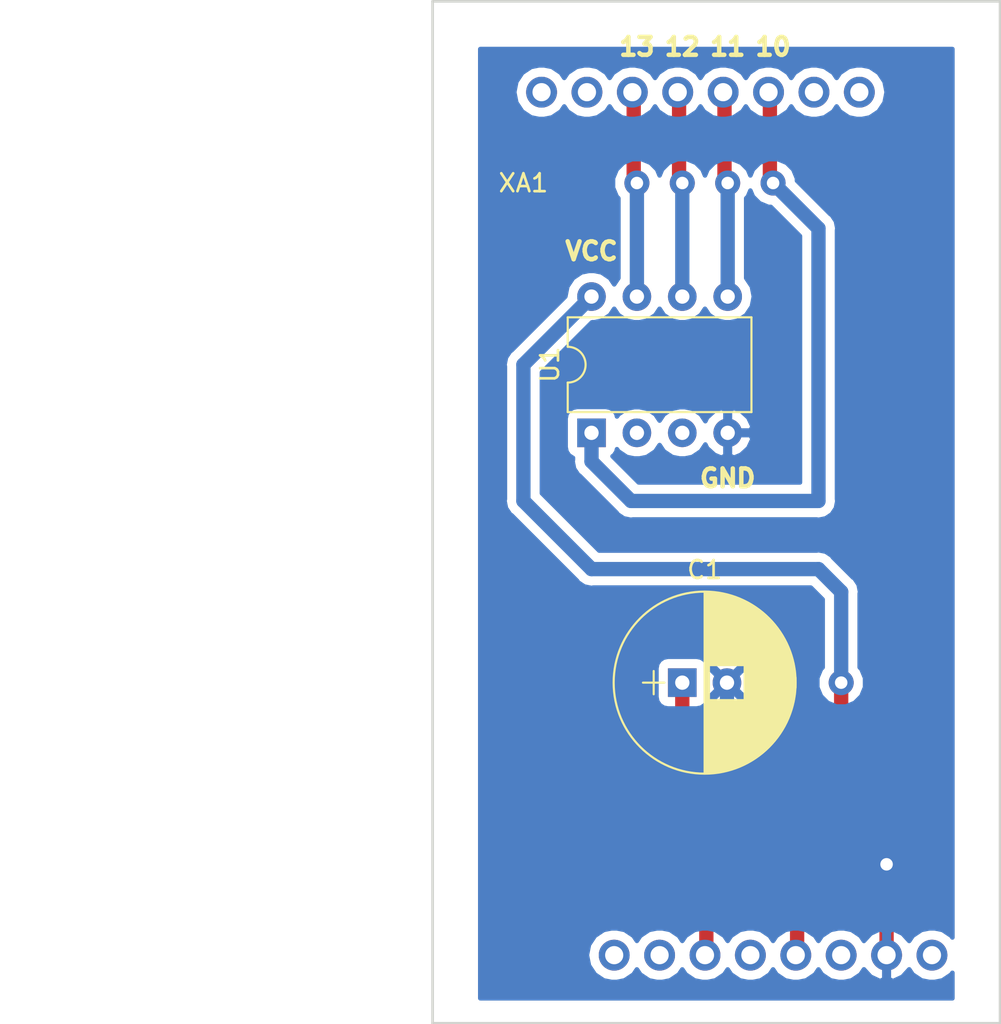
<source format=kicad_pcb>
(kicad_pcb (version 20171130) (host pcbnew "(5.0.2)-1")

  (general
    (thickness 1.6)
    (drawings 12)
    (tracks 38)
    (zones 0)
    (modules 3)
    (nets 18)
  )

  (page A4)
  (layers
    (0 F.Cu signal)
    (31 B.Cu signal)
    (32 B.Adhes user hide)
    (33 F.Adhes user hide)
    (34 B.Paste user hide)
    (35 F.Paste user hide)
    (36 B.SilkS user hide)
    (37 F.SilkS user)
    (38 B.Mask user hide)
    (39 F.Mask user hide)
    (40 Dwgs.User user hide)
    (41 Cmts.User user hide)
    (42 Eco1.User user hide)
    (43 Eco2.User user hide)
    (44 Edge.Cuts user)
    (45 Margin user hide)
    (46 B.CrtYd user hide)
    (47 F.CrtYd user hide)
    (48 B.Fab user hide)
    (49 F.Fab user hide)
  )

  (setup
    (last_trace_width 0.8)
    (trace_clearance 0.2)
    (zone_clearance 0.508)
    (zone_45_only no)
    (trace_min 0.8)
    (segment_width 0.2)
    (edge_width 0.15)
    (via_size 1.4)
    (via_drill 0.7)
    (via_min_size 1)
    (via_min_drill 0.6)
    (uvia_size 0.3)
    (uvia_drill 0.1)
    (uvias_allowed no)
    (uvia_min_size 0.2)
    (uvia_min_drill 0.1)
    (pcb_text_width 0.3)
    (pcb_text_size 1.5 1.5)
    (mod_edge_width 0.15)
    (mod_text_size 1 1)
    (mod_text_width 0.15)
    (pad_size 1.524 1.524)
    (pad_drill 0.762)
    (pad_to_mask_clearance 0.051)
    (solder_mask_min_width 0.25)
    (aux_axis_origin 0 0)
    (visible_elements 7FFFFFFF)
    (pcbplotparams
      (layerselection 0x010fc_ffffffff)
      (usegerberextensions false)
      (usegerberattributes false)
      (usegerberadvancedattributes false)
      (creategerberjobfile false)
      (excludeedgelayer true)
      (linewidth 0.100000)
      (plotframeref false)
      (viasonmask false)
      (mode 1)
      (useauxorigin false)
      (hpglpennumber 1)
      (hpglpenspeed 20)
      (hpglpendiameter 15.000000)
      (psnegative false)
      (psa4output false)
      (plotreference true)
      (plotvalue true)
      (plotinvisibletext false)
      (padsonsilk false)
      (subtractmaskfromsilk false)
      (outputformat 1)
      (mirror false)
      (drillshape 0)
      (scaleselection 1)
      (outputdirectory ""))
  )

  (net 0 "")
  (net 1 GND)
  (net 2 "Net-(C1-Pad1)")
  (net 3 +5V)
  (net 4 PIN13_PIN7)
  (net 5 "Net-(U1-Pad3)")
  (net 6 PIN12_PIN6)
  (net 7 "Net-(U1-Pad2)")
  (net 8 PIN11_PIN5)
  (net 9 PIN10_PIN1)
  (net 10 "Net-(XA1-PadVIN)")
  (net 11 "Net-(XA1-PadGND2)")
  (net 12 "Net-(XA1-Pad3V3)")
  (net 13 "Net-(XA1-PadIORF)")
  (net 14 "Net-(XA1-PadGND1)")
  (net 15 "Net-(XA1-PadD8)")
  (net 16 "Net-(XA1-PadD9)")
  (net 17 "Net-(XA1-PadAREF)")

  (net_class Default "This is the default net class."
    (clearance 0.2)
    (trace_width 0.8)
    (via_dia 1.4)
    (via_drill 0.7)
    (uvia_dia 0.3)
    (uvia_drill 0.1)
    (diff_pair_gap 0.25)
    (diff_pair_width 0.8)
    (add_net +5V)
    (add_net GND)
    (add_net "Net-(C1-Pad1)")
    (add_net "Net-(U1-Pad2)")
    (add_net "Net-(U1-Pad3)")
    (add_net "Net-(XA1-Pad3V3)")
    (add_net "Net-(XA1-PadAREF)")
    (add_net "Net-(XA1-PadD8)")
    (add_net "Net-(XA1-PadD9)")
    (add_net "Net-(XA1-PadGND1)")
    (add_net "Net-(XA1-PadGND2)")
    (add_net "Net-(XA1-PadIORF)")
    (add_net "Net-(XA1-PadVIN)")
    (add_net PIN10_PIN1)
    (add_net PIN11_PIN5)
    (add_net PIN12_PIN6)
    (add_net PIN13_PIN7)
  )

  (module Arduino:Arduino_Uno_Shield_ATTINY_Bootloader (layer F.Cu) (tedit 5D5A156C) (tstamp 5CBE95CF)
    (at 128.27 130.81)
    (descr https://store.arduino.cc/arduino-uno-rev3)
    (path /5CBE8450)
    (fp_text reference XA1 (at 22.86 -45.72) (layer F.SilkS)
      (effects (font (size 1 1) (thickness 0.15)))
    )
    (fp_text value Arduino_Uno_Shield_ATTINY_Bootloader (at 15.494 -54.356) (layer F.Fab)
      (effects (font (size 1 1) (thickness 0.15)))
    )
    (fp_line (start 9.525 -32.385) (end -6.35 -32.385) (layer B.CrtYd) (width 0.15))
    (fp_line (start 9.525 -43.815) (end -6.35 -43.815) (layer B.CrtYd) (width 0.15))
    (fp_line (start 9.525 -43.815) (end 9.525 -32.385) (layer B.CrtYd) (width 0.15))
    (fp_line (start -6.35 -43.815) (end -6.35 -32.385) (layer B.CrtYd) (width 0.15))
    (fp_line (start 11.43 -12.065) (end 11.43 -3.175) (layer B.CrtYd) (width 0.15))
    (fp_line (start -1.905 -3.175) (end 11.43 -3.175) (layer B.CrtYd) (width 0.15))
    (fp_line (start -1.905 -12.065) (end -1.905 -3.175) (layer B.CrtYd) (width 0.15))
    (fp_line (start -1.905 -12.065) (end 11.43 -12.065) (layer B.CrtYd) (width 0.15))
    (pad VIN thru_hole oval (at 45.72 -2.54) (size 1.7272 1.7272) (drill 1.016) (layers *.Cu *.Mask)
      (net 10 "Net-(XA1-PadVIN)"))
    (pad GND3 thru_hole oval (at 43.18 -2.54) (size 1.7272 1.7272) (drill 1.016) (layers *.Cu *.Mask)
      (net 1 GND))
    (pad GND2 thru_hole oval (at 40.64 -2.54) (size 1.7272 1.7272) (drill 1.016) (layers *.Cu *.Mask)
      (net 11 "Net-(XA1-PadGND2)"))
    (pad 5V1 thru_hole oval (at 38.1 -2.54) (size 1.7272 1.7272) (drill 1.016) (layers *.Cu *.Mask)
      (net 3 +5V))
    (pad 3V3 thru_hole oval (at 35.56 -2.54) (size 1.7272 1.7272) (drill 1.016) (layers *.Cu *.Mask)
      (net 12 "Net-(XA1-Pad3V3)"))
    (pad RST1 thru_hole oval (at 33.02 -2.54) (size 1.7272 1.7272) (drill 1.016) (layers *.Cu *.Mask)
      (net 2 "Net-(C1-Pad1)"))
    (pad IORF thru_hole oval (at 30.48 -2.54) (size 1.7272 1.7272) (drill 1.016) (layers *.Cu *.Mask)
      (net 13 "Net-(XA1-PadIORF)"))
    (pad GND1 thru_hole oval (at 26.416 -50.8) (size 1.7272 1.7272) (drill 1.016) (layers *.Cu *.Mask)
      (net 14 "Net-(XA1-PadGND1)"))
    (pad D8 thru_hole oval (at 41.656 -50.8) (size 1.7272 1.7272) (drill 1.016) (layers *.Cu *.Mask)
      (net 15 "Net-(XA1-PadD8)"))
    (pad D9 thru_hole oval (at 39.116 -50.8) (size 1.7272 1.7272) (drill 1.016) (layers *.Cu *.Mask)
      (net 16 "Net-(XA1-PadD9)"))
    (pad D10 thru_hole oval (at 36.576 -50.8) (size 1.7272 1.7272) (drill 1.016) (layers *.Cu *.Mask)
      (net 9 PIN10_PIN1))
    (pad AREF thru_hole oval (at 23.876 -50.8) (size 1.7272 1.7272) (drill 1.016) (layers *.Cu *.Mask)
      (net 17 "Net-(XA1-PadAREF)"))
    (pad D13 thru_hole oval (at 28.956 -50.8) (size 1.7272 1.7272) (drill 1.016) (layers *.Cu *.Mask)
      (net 4 PIN13_PIN7))
    (pad D12 thru_hole oval (at 31.496 -50.8) (size 1.7272 1.7272) (drill 1.016) (layers *.Cu *.Mask)
      (net 6 PIN12_PIN6))
    (pad D11 thru_hole oval (at 34.036 -50.8) (size 1.7272 1.7272) (drill 1.016) (layers *.Cu *.Mask)
      (net 8 PIN11_PIN5))
    (pad "" thru_hole oval (at 27.94 -2.54) (size 1.7272 1.7272) (drill 1.016) (layers *.Cu *.Mask))
  )

  (module Capacitors_THT:CP_Radial_D10.0mm_P2.50mm (layer F.Cu) (tedit 597BC7C2) (tstamp 5CBE8B6B)
    (at 160.02 113.03)
    (descr "CP, Radial series, Radial, pin pitch=2.50mm, , diameter=10mm, Electrolytic Capacitor")
    (tags "CP Radial series Radial pin pitch 2.50mm  diameter 10mm Electrolytic Capacitor")
    (path /5CBE8643)
    (fp_text reference C1 (at 1.25 -6.31) (layer F.SilkS)
      (effects (font (size 1 1) (thickness 0.15)))
    )
    (fp_text value C (at 1.25 6.31) (layer F.Fab)
      (effects (font (size 1 1) (thickness 0.15)))
    )
    (fp_text user %R (at 1.25 0) (layer F.Fab)
      (effects (font (size 1 1) (thickness 0.15)))
    )
    (fp_line (start 6.6 -5.35) (end -4.1 -5.35) (layer F.CrtYd) (width 0.05))
    (fp_line (start 6.6 5.35) (end 6.6 -5.35) (layer F.CrtYd) (width 0.05))
    (fp_line (start -4.1 5.35) (end 6.6 5.35) (layer F.CrtYd) (width 0.05))
    (fp_line (start -4.1 -5.35) (end -4.1 5.35) (layer F.CrtYd) (width 0.05))
    (fp_line (start -1.6 -0.65) (end -1.6 0.65) (layer F.SilkS) (width 0.12))
    (fp_line (start -2.2 0) (end -1 0) (layer F.SilkS) (width 0.12))
    (fp_line (start 6.331 -0.279) (end 6.331 0.279) (layer F.SilkS) (width 0.12))
    (fp_line (start 6.291 -0.672) (end 6.291 0.672) (layer F.SilkS) (width 0.12))
    (fp_line (start 6.251 -0.913) (end 6.251 0.913) (layer F.SilkS) (width 0.12))
    (fp_line (start 6.211 -1.104) (end 6.211 1.104) (layer F.SilkS) (width 0.12))
    (fp_line (start 6.171 -1.265) (end 6.171 1.265) (layer F.SilkS) (width 0.12))
    (fp_line (start 6.131 -1.407) (end 6.131 1.407) (layer F.SilkS) (width 0.12))
    (fp_line (start 6.091 -1.536) (end 6.091 1.536) (layer F.SilkS) (width 0.12))
    (fp_line (start 6.051 -1.654) (end 6.051 1.654) (layer F.SilkS) (width 0.12))
    (fp_line (start 6.011 -1.763) (end 6.011 1.763) (layer F.SilkS) (width 0.12))
    (fp_line (start 5.971 -1.866) (end 5.971 1.866) (layer F.SilkS) (width 0.12))
    (fp_line (start 5.931 -1.962) (end 5.931 1.962) (layer F.SilkS) (width 0.12))
    (fp_line (start 5.891 -2.053) (end 5.891 2.053) (layer F.SilkS) (width 0.12))
    (fp_line (start 5.851 -2.14) (end 5.851 2.14) (layer F.SilkS) (width 0.12))
    (fp_line (start 5.811 -2.222) (end 5.811 2.222) (layer F.SilkS) (width 0.12))
    (fp_line (start 5.771 -2.301) (end 5.771 2.301) (layer F.SilkS) (width 0.12))
    (fp_line (start 5.731 -2.377) (end 5.731 2.377) (layer F.SilkS) (width 0.12))
    (fp_line (start 5.691 -2.449) (end 5.691 2.449) (layer F.SilkS) (width 0.12))
    (fp_line (start 5.651 -2.519) (end 5.651 2.519) (layer F.SilkS) (width 0.12))
    (fp_line (start 5.611 -2.587) (end 5.611 2.587) (layer F.SilkS) (width 0.12))
    (fp_line (start 5.571 -2.652) (end 5.571 2.652) (layer F.SilkS) (width 0.12))
    (fp_line (start 5.531 -2.715) (end 5.531 2.715) (layer F.SilkS) (width 0.12))
    (fp_line (start 5.491 -2.777) (end 5.491 2.777) (layer F.SilkS) (width 0.12))
    (fp_line (start 5.451 -2.836) (end 5.451 2.836) (layer F.SilkS) (width 0.12))
    (fp_line (start 5.411 -2.894) (end 5.411 2.894) (layer F.SilkS) (width 0.12))
    (fp_line (start 5.371 -2.949) (end 5.371 2.949) (layer F.SilkS) (width 0.12))
    (fp_line (start 5.331 -3.004) (end 5.331 3.004) (layer F.SilkS) (width 0.12))
    (fp_line (start 5.291 -3.057) (end 5.291 3.057) (layer F.SilkS) (width 0.12))
    (fp_line (start 5.251 -3.108) (end 5.251 3.108) (layer F.SilkS) (width 0.12))
    (fp_line (start 5.211 -3.158) (end 5.211 3.158) (layer F.SilkS) (width 0.12))
    (fp_line (start 5.171 -3.207) (end 5.171 3.207) (layer F.SilkS) (width 0.12))
    (fp_line (start 5.131 -3.255) (end 5.131 3.255) (layer F.SilkS) (width 0.12))
    (fp_line (start 5.091 -3.302) (end 5.091 3.302) (layer F.SilkS) (width 0.12))
    (fp_line (start 5.051 -3.347) (end 5.051 3.347) (layer F.SilkS) (width 0.12))
    (fp_line (start 5.011 -3.391) (end 5.011 3.391) (layer F.SilkS) (width 0.12))
    (fp_line (start 4.971 -3.435) (end 4.971 3.435) (layer F.SilkS) (width 0.12))
    (fp_line (start 4.931 -3.477) (end 4.931 3.477) (layer F.SilkS) (width 0.12))
    (fp_line (start 4.891 -3.518) (end 4.891 3.518) (layer F.SilkS) (width 0.12))
    (fp_line (start 4.851 -3.559) (end 4.851 3.559) (layer F.SilkS) (width 0.12))
    (fp_line (start 4.811 -3.598) (end 4.811 3.598) (layer F.SilkS) (width 0.12))
    (fp_line (start 4.771 -3.637) (end 4.771 3.637) (layer F.SilkS) (width 0.12))
    (fp_line (start 4.731 -3.675) (end 4.731 3.675) (layer F.SilkS) (width 0.12))
    (fp_line (start 4.691 -3.712) (end 4.691 3.712) (layer F.SilkS) (width 0.12))
    (fp_line (start 4.651 -3.748) (end 4.651 3.748) (layer F.SilkS) (width 0.12))
    (fp_line (start 4.611 -3.784) (end 4.611 3.784) (layer F.SilkS) (width 0.12))
    (fp_line (start 4.571 -3.819) (end 4.571 3.819) (layer F.SilkS) (width 0.12))
    (fp_line (start 4.531 -3.853) (end 4.531 3.853) (layer F.SilkS) (width 0.12))
    (fp_line (start 4.491 -3.886) (end 4.491 3.886) (layer F.SilkS) (width 0.12))
    (fp_line (start 4.451 -3.919) (end 4.451 3.919) (layer F.SilkS) (width 0.12))
    (fp_line (start 4.411 -3.951) (end 4.411 3.951) (layer F.SilkS) (width 0.12))
    (fp_line (start 4.371 -3.982) (end 4.371 3.982) (layer F.SilkS) (width 0.12))
    (fp_line (start 4.331 -4.013) (end 4.331 4.013) (layer F.SilkS) (width 0.12))
    (fp_line (start 4.291 -4.043) (end 4.291 4.043) (layer F.SilkS) (width 0.12))
    (fp_line (start 4.251 -4.072) (end 4.251 4.072) (layer F.SilkS) (width 0.12))
    (fp_line (start 4.211 -4.101) (end 4.211 4.101) (layer F.SilkS) (width 0.12))
    (fp_line (start 4.171 -4.13) (end 4.171 4.13) (layer F.SilkS) (width 0.12))
    (fp_line (start 4.131 -4.157) (end 4.131 4.157) (layer F.SilkS) (width 0.12))
    (fp_line (start 4.091 -4.185) (end 4.091 4.185) (layer F.SilkS) (width 0.12))
    (fp_line (start 4.051 -4.211) (end 4.051 4.211) (layer F.SilkS) (width 0.12))
    (fp_line (start 4.011 -4.237) (end 4.011 4.237) (layer F.SilkS) (width 0.12))
    (fp_line (start 3.971 -4.263) (end 3.971 4.263) (layer F.SilkS) (width 0.12))
    (fp_line (start 3.931 -4.288) (end 3.931 4.288) (layer F.SilkS) (width 0.12))
    (fp_line (start 3.891 -4.312) (end 3.891 4.312) (layer F.SilkS) (width 0.12))
    (fp_line (start 3.851 -4.336) (end 3.851 4.336) (layer F.SilkS) (width 0.12))
    (fp_line (start 3.811 -4.36) (end 3.811 4.36) (layer F.SilkS) (width 0.12))
    (fp_line (start 3.771 -4.383) (end 3.771 4.383) (layer F.SilkS) (width 0.12))
    (fp_line (start 3.731 -4.405) (end 3.731 4.405) (layer F.SilkS) (width 0.12))
    (fp_line (start 3.691 -4.428) (end 3.691 4.428) (layer F.SilkS) (width 0.12))
    (fp_line (start 3.651 -4.449) (end 3.651 4.449) (layer F.SilkS) (width 0.12))
    (fp_line (start 3.611 -4.47) (end 3.611 4.47) (layer F.SilkS) (width 0.12))
    (fp_line (start 3.571 -4.491) (end 3.571 4.491) (layer F.SilkS) (width 0.12))
    (fp_line (start 3.531 -4.511) (end 3.531 4.511) (layer F.SilkS) (width 0.12))
    (fp_line (start 3.491 -4.531) (end 3.491 4.531) (layer F.SilkS) (width 0.12))
    (fp_line (start 3.451 0.98) (end 3.451 4.55) (layer F.SilkS) (width 0.12))
    (fp_line (start 3.451 -4.55) (end 3.451 -0.98) (layer F.SilkS) (width 0.12))
    (fp_line (start 3.411 0.98) (end 3.411 4.569) (layer F.SilkS) (width 0.12))
    (fp_line (start 3.411 -4.569) (end 3.411 -0.98) (layer F.SilkS) (width 0.12))
    (fp_line (start 3.371 0.98) (end 3.371 4.588) (layer F.SilkS) (width 0.12))
    (fp_line (start 3.371 -4.588) (end 3.371 -0.98) (layer F.SilkS) (width 0.12))
    (fp_line (start 3.331 0.98) (end 3.331 4.606) (layer F.SilkS) (width 0.12))
    (fp_line (start 3.331 -4.606) (end 3.331 -0.98) (layer F.SilkS) (width 0.12))
    (fp_line (start 3.291 0.98) (end 3.291 4.624) (layer F.SilkS) (width 0.12))
    (fp_line (start 3.291 -4.624) (end 3.291 -0.98) (layer F.SilkS) (width 0.12))
    (fp_line (start 3.251 0.98) (end 3.251 4.641) (layer F.SilkS) (width 0.12))
    (fp_line (start 3.251 -4.641) (end 3.251 -0.98) (layer F.SilkS) (width 0.12))
    (fp_line (start 3.211 0.98) (end 3.211 4.658) (layer F.SilkS) (width 0.12))
    (fp_line (start 3.211 -4.658) (end 3.211 -0.98) (layer F.SilkS) (width 0.12))
    (fp_line (start 3.171 0.98) (end 3.171 4.674) (layer F.SilkS) (width 0.12))
    (fp_line (start 3.171 -4.674) (end 3.171 -0.98) (layer F.SilkS) (width 0.12))
    (fp_line (start 3.131 0.98) (end 3.131 4.691) (layer F.SilkS) (width 0.12))
    (fp_line (start 3.131 -4.691) (end 3.131 -0.98) (layer F.SilkS) (width 0.12))
    (fp_line (start 3.091 0.98) (end 3.091 4.706) (layer F.SilkS) (width 0.12))
    (fp_line (start 3.091 -4.706) (end 3.091 -0.98) (layer F.SilkS) (width 0.12))
    (fp_line (start 3.051 0.98) (end 3.051 4.722) (layer F.SilkS) (width 0.12))
    (fp_line (start 3.051 -4.722) (end 3.051 -0.98) (layer F.SilkS) (width 0.12))
    (fp_line (start 3.011 0.98) (end 3.011 4.737) (layer F.SilkS) (width 0.12))
    (fp_line (start 3.011 -4.737) (end 3.011 -0.98) (layer F.SilkS) (width 0.12))
    (fp_line (start 2.971 0.98) (end 2.971 4.751) (layer F.SilkS) (width 0.12))
    (fp_line (start 2.971 -4.751) (end 2.971 -0.98) (layer F.SilkS) (width 0.12))
    (fp_line (start 2.931 0.98) (end 2.931 4.765) (layer F.SilkS) (width 0.12))
    (fp_line (start 2.931 -4.765) (end 2.931 -0.98) (layer F.SilkS) (width 0.12))
    (fp_line (start 2.891 0.98) (end 2.891 4.779) (layer F.SilkS) (width 0.12))
    (fp_line (start 2.891 -4.779) (end 2.891 -0.98) (layer F.SilkS) (width 0.12))
    (fp_line (start 2.851 0.98) (end 2.851 4.792) (layer F.SilkS) (width 0.12))
    (fp_line (start 2.851 -4.792) (end 2.851 -0.98) (layer F.SilkS) (width 0.12))
    (fp_line (start 2.811 0.98) (end 2.811 4.806) (layer F.SilkS) (width 0.12))
    (fp_line (start 2.811 -4.806) (end 2.811 -0.98) (layer F.SilkS) (width 0.12))
    (fp_line (start 2.771 0.98) (end 2.771 4.818) (layer F.SilkS) (width 0.12))
    (fp_line (start 2.771 -4.818) (end 2.771 -0.98) (layer F.SilkS) (width 0.12))
    (fp_line (start 2.731 0.98) (end 2.731 4.831) (layer F.SilkS) (width 0.12))
    (fp_line (start 2.731 -4.831) (end 2.731 -0.98) (layer F.SilkS) (width 0.12))
    (fp_line (start 2.691 0.98) (end 2.691 4.843) (layer F.SilkS) (width 0.12))
    (fp_line (start 2.691 -4.843) (end 2.691 -0.98) (layer F.SilkS) (width 0.12))
    (fp_line (start 2.651 0.98) (end 2.651 4.854) (layer F.SilkS) (width 0.12))
    (fp_line (start 2.651 -4.854) (end 2.651 -0.98) (layer F.SilkS) (width 0.12))
    (fp_line (start 2.611 0.98) (end 2.611 4.865) (layer F.SilkS) (width 0.12))
    (fp_line (start 2.611 -4.865) (end 2.611 -0.98) (layer F.SilkS) (width 0.12))
    (fp_line (start 2.571 0.98) (end 2.571 4.876) (layer F.SilkS) (width 0.12))
    (fp_line (start 2.571 -4.876) (end 2.571 -0.98) (layer F.SilkS) (width 0.12))
    (fp_line (start 2.531 0.98) (end 2.531 4.887) (layer F.SilkS) (width 0.12))
    (fp_line (start 2.531 -4.887) (end 2.531 -0.98) (layer F.SilkS) (width 0.12))
    (fp_line (start 2.491 0.98) (end 2.491 4.897) (layer F.SilkS) (width 0.12))
    (fp_line (start 2.491 -4.897) (end 2.491 -0.98) (layer F.SilkS) (width 0.12))
    (fp_line (start 2.451 0.98) (end 2.451 4.907) (layer F.SilkS) (width 0.12))
    (fp_line (start 2.451 -4.907) (end 2.451 -0.98) (layer F.SilkS) (width 0.12))
    (fp_line (start 2.411 0.98) (end 2.411 4.917) (layer F.SilkS) (width 0.12))
    (fp_line (start 2.411 -4.917) (end 2.411 -0.98) (layer F.SilkS) (width 0.12))
    (fp_line (start 2.371 0.98) (end 2.371 4.926) (layer F.SilkS) (width 0.12))
    (fp_line (start 2.371 -4.926) (end 2.371 -0.98) (layer F.SilkS) (width 0.12))
    (fp_line (start 2.331 0.98) (end 2.331 4.935) (layer F.SilkS) (width 0.12))
    (fp_line (start 2.331 -4.935) (end 2.331 -0.98) (layer F.SilkS) (width 0.12))
    (fp_line (start 2.291 0.98) (end 2.291 4.943) (layer F.SilkS) (width 0.12))
    (fp_line (start 2.291 -4.943) (end 2.291 -0.98) (layer F.SilkS) (width 0.12))
    (fp_line (start 2.251 0.98) (end 2.251 4.951) (layer F.SilkS) (width 0.12))
    (fp_line (start 2.251 -4.951) (end 2.251 -0.98) (layer F.SilkS) (width 0.12))
    (fp_line (start 2.211 0.98) (end 2.211 4.959) (layer F.SilkS) (width 0.12))
    (fp_line (start 2.211 -4.959) (end 2.211 -0.98) (layer F.SilkS) (width 0.12))
    (fp_line (start 2.171 0.98) (end 2.171 4.967) (layer F.SilkS) (width 0.12))
    (fp_line (start 2.171 -4.967) (end 2.171 -0.98) (layer F.SilkS) (width 0.12))
    (fp_line (start 2.131 0.98) (end 2.131 4.974) (layer F.SilkS) (width 0.12))
    (fp_line (start 2.131 -4.974) (end 2.131 -0.98) (layer F.SilkS) (width 0.12))
    (fp_line (start 2.091 0.98) (end 2.091 4.981) (layer F.SilkS) (width 0.12))
    (fp_line (start 2.091 -4.981) (end 2.091 -0.98) (layer F.SilkS) (width 0.12))
    (fp_line (start 2.051 0.98) (end 2.051 4.987) (layer F.SilkS) (width 0.12))
    (fp_line (start 2.051 -4.987) (end 2.051 -0.98) (layer F.SilkS) (width 0.12))
    (fp_line (start 2.011 0.98) (end 2.011 4.993) (layer F.SilkS) (width 0.12))
    (fp_line (start 2.011 -4.993) (end 2.011 -0.98) (layer F.SilkS) (width 0.12))
    (fp_line (start 1.971 0.98) (end 1.971 4.999) (layer F.SilkS) (width 0.12))
    (fp_line (start 1.971 -4.999) (end 1.971 -0.98) (layer F.SilkS) (width 0.12))
    (fp_line (start 1.93 0.98) (end 1.93 5.005) (layer F.SilkS) (width 0.12))
    (fp_line (start 1.93 -5.005) (end 1.93 -0.98) (layer F.SilkS) (width 0.12))
    (fp_line (start 1.89 0.98) (end 1.89 5.01) (layer F.SilkS) (width 0.12))
    (fp_line (start 1.89 -5.01) (end 1.89 -0.98) (layer F.SilkS) (width 0.12))
    (fp_line (start 1.85 0.98) (end 1.85 5.015) (layer F.SilkS) (width 0.12))
    (fp_line (start 1.85 -5.015) (end 1.85 -0.98) (layer F.SilkS) (width 0.12))
    (fp_line (start 1.81 0.98) (end 1.81 5.02) (layer F.SilkS) (width 0.12))
    (fp_line (start 1.81 -5.02) (end 1.81 -0.98) (layer F.SilkS) (width 0.12))
    (fp_line (start 1.77 0.98) (end 1.77 5.024) (layer F.SilkS) (width 0.12))
    (fp_line (start 1.77 -5.024) (end 1.77 -0.98) (layer F.SilkS) (width 0.12))
    (fp_line (start 1.73 0.98) (end 1.73 5.028) (layer F.SilkS) (width 0.12))
    (fp_line (start 1.73 -5.028) (end 1.73 -0.98) (layer F.SilkS) (width 0.12))
    (fp_line (start 1.69 0.98) (end 1.69 5.031) (layer F.SilkS) (width 0.12))
    (fp_line (start 1.69 -5.031) (end 1.69 -0.98) (layer F.SilkS) (width 0.12))
    (fp_line (start 1.65 0.98) (end 1.65 5.035) (layer F.SilkS) (width 0.12))
    (fp_line (start 1.65 -5.035) (end 1.65 -0.98) (layer F.SilkS) (width 0.12))
    (fp_line (start 1.61 0.98) (end 1.61 5.038) (layer F.SilkS) (width 0.12))
    (fp_line (start 1.61 -5.038) (end 1.61 -0.98) (layer F.SilkS) (width 0.12))
    (fp_line (start 1.57 0.98) (end 1.57 5.04) (layer F.SilkS) (width 0.12))
    (fp_line (start 1.57 -5.04) (end 1.57 -0.98) (layer F.SilkS) (width 0.12))
    (fp_line (start 1.53 0.98) (end 1.53 5.043) (layer F.SilkS) (width 0.12))
    (fp_line (start 1.53 -5.043) (end 1.53 -0.98) (layer F.SilkS) (width 0.12))
    (fp_line (start 1.49 -5.045) (end 1.49 5.045) (layer F.SilkS) (width 0.12))
    (fp_line (start 1.45 -5.047) (end 1.45 5.047) (layer F.SilkS) (width 0.12))
    (fp_line (start 1.41 -5.048) (end 1.41 5.048) (layer F.SilkS) (width 0.12))
    (fp_line (start 1.37 -5.049) (end 1.37 5.049) (layer F.SilkS) (width 0.12))
    (fp_line (start 1.33 -5.05) (end 1.33 5.05) (layer F.SilkS) (width 0.12))
    (fp_line (start 1.29 -5.05) (end 1.29 5.05) (layer F.SilkS) (width 0.12))
    (fp_line (start 1.25 -5.05) (end 1.25 5.05) (layer F.SilkS) (width 0.12))
    (fp_line (start -1.6 -0.65) (end -1.6 0.65) (layer F.Fab) (width 0.1))
    (fp_line (start -2.2 0) (end -1 0) (layer F.Fab) (width 0.1))
    (fp_circle (center 1.25 0) (end 6.34 0) (layer F.SilkS) (width 0.12))
    (fp_circle (center 1.25 0) (end 6.25 0) (layer F.Fab) (width 0.1))
    (pad 2 thru_hole circle (at 2.5 0) (size 1.6 1.6) (drill 0.8) (layers *.Cu *.Mask)
      (net 1 GND))
    (pad 1 thru_hole rect (at 0 0) (size 1.6 1.6) (drill 0.8) (layers *.Cu *.Mask)
      (net 2 "Net-(C1-Pad1)"))
    (model ${KISYS3DMOD}/Capacitors_THT.3dshapes/CP_Radial_D10.0mm_P2.50mm.wrl
      (at (xyz 0 0 0))
      (scale (xyz 1 1 1))
      (rotate (xyz 0 0 0))
    )
  )

  (module Housings_DIP:DIP-8_W7.62mm (layer F.Cu) (tedit 59C78D6B) (tstamp 5CBE8B87)
    (at 154.94 99.06 90)
    (descr "8-lead though-hole mounted DIP package, row spacing 7.62 mm (300 mils)")
    (tags "THT DIP DIL PDIP 2.54mm 7.62mm 300mil")
    (path /5CBE84ED)
    (fp_text reference U1 (at 3.81 -2.33 90) (layer F.SilkS)
      (effects (font (size 1 1) (thickness 0.15)))
    )
    (fp_text value ATtiny85-20PU (at 3.81 9.95 90) (layer F.Fab)
      (effects (font (size 1 1) (thickness 0.15)))
    )
    (fp_text user %R (at 3.81 3.81 270) (layer F.Fab)
      (effects (font (size 1 1) (thickness 0.15)))
    )
    (fp_line (start 8.7 -1.55) (end -1.1 -1.55) (layer F.CrtYd) (width 0.05))
    (fp_line (start 8.7 9.15) (end 8.7 -1.55) (layer F.CrtYd) (width 0.05))
    (fp_line (start -1.1 9.15) (end 8.7 9.15) (layer F.CrtYd) (width 0.05))
    (fp_line (start -1.1 -1.55) (end -1.1 9.15) (layer F.CrtYd) (width 0.05))
    (fp_line (start 6.46 -1.33) (end 4.81 -1.33) (layer F.SilkS) (width 0.12))
    (fp_line (start 6.46 8.95) (end 6.46 -1.33) (layer F.SilkS) (width 0.12))
    (fp_line (start 1.16 8.95) (end 6.46 8.95) (layer F.SilkS) (width 0.12))
    (fp_line (start 1.16 -1.33) (end 1.16 8.95) (layer F.SilkS) (width 0.12))
    (fp_line (start 2.81 -1.33) (end 1.16 -1.33) (layer F.SilkS) (width 0.12))
    (fp_line (start 0.635 -0.27) (end 1.635 -1.27) (layer F.Fab) (width 0.1))
    (fp_line (start 0.635 8.89) (end 0.635 -0.27) (layer F.Fab) (width 0.1))
    (fp_line (start 6.985 8.89) (end 0.635 8.89) (layer F.Fab) (width 0.1))
    (fp_line (start 6.985 -1.27) (end 6.985 8.89) (layer F.Fab) (width 0.1))
    (fp_line (start 1.635 -1.27) (end 6.985 -1.27) (layer F.Fab) (width 0.1))
    (fp_arc (start 3.81 -1.33) (end 2.81 -1.33) (angle -180) (layer F.SilkS) (width 0.12))
    (pad 8 thru_hole oval (at 7.62 0 90) (size 1.6 1.6) (drill 0.8) (layers *.Cu *.Mask)
      (net 3 +5V))
    (pad 4 thru_hole oval (at 0 7.62 90) (size 1.6 1.6) (drill 0.8) (layers *.Cu *.Mask)
      (net 1 GND))
    (pad 7 thru_hole oval (at 7.62 2.54 90) (size 1.6 1.6) (drill 0.8) (layers *.Cu *.Mask)
      (net 4 PIN13_PIN7))
    (pad 3 thru_hole oval (at 0 5.08 90) (size 1.6 1.6) (drill 0.8) (layers *.Cu *.Mask)
      (net 5 "Net-(U1-Pad3)"))
    (pad 6 thru_hole oval (at 7.62 5.08 90) (size 1.6 1.6) (drill 0.8) (layers *.Cu *.Mask)
      (net 6 PIN12_PIN6))
    (pad 2 thru_hole oval (at 0 2.54 90) (size 1.6 1.6) (drill 0.8) (layers *.Cu *.Mask)
      (net 7 "Net-(U1-Pad2)"))
    (pad 5 thru_hole oval (at 7.62 7.62 90) (size 1.6 1.6) (drill 0.8) (layers *.Cu *.Mask)
      (net 8 PIN11_PIN5))
    (pad 1 thru_hole rect (at 0 0 90) (size 1.6 1.6) (drill 0.8) (layers *.Cu *.Mask)
      (net 9 PIN10_PIN1))
    (model ${KISYS3DMOD}/Housings_DIP.3dshapes/DIP-8_W7.62mm.wrl
      (at (xyz 0 0 0))
      (scale (xyz 1 1 1))
      (rotate (xyz 0 0 0))
    )
  )

  (gr_text VCC (at 154.94 88.9) (layer F.SilkS)
    (effects (font (size 1 1) (thickness 0.25)))
  )
  (gr_text GND (at 162.56 101.6) (layer F.SilkS)
    (effects (font (size 1 1) (thickness 0.25)))
  )
  (gr_text 13 (at 157.48 77.47) (layer F.SilkS)
    (effects (font (size 1 1) (thickness 0.25)))
  )
  (gr_text 12 (at 160.02 77.47) (layer F.SilkS)
    (effects (font (size 1 1) (thickness 0.25)))
  )
  (gr_text 11 (at 162.56 77.47) (layer F.SilkS)
    (effects (font (size 1 1) (thickness 0.25)))
  )
  (gr_text 10 (at 165.1 77.47) (layer F.SilkS)
    (effects (font (size 1 1) (thickness 0.25)))
  )
  (gr_text - (at 165.1 113.03) (layer F.Cu)
    (effects (font (size 1.5 1.5) (thickness 0.3)))
  )
  (dimension 31.75 (width 0.3) (layer Dwgs.User)
    (gr_text "1.2500 in" (at 161.925 77.03) (layer Dwgs.User)
      (effects (font (size 1.5 1.5) (thickness 0.3)))
    )
    (feature1 (pts (xy 177.8 74.93) (xy 177.8 75.516421)))
    (feature2 (pts (xy 146.05 74.93) (xy 146.05 75.516421)))
    (crossbar (pts (xy 146.05 74.93) (xy 177.8 74.93)))
    (arrow1a (pts (xy 177.8 74.93) (xy 176.673496 75.516421)))
    (arrow1b (pts (xy 177.8 74.93) (xy 176.673496 74.343579)))
    (arrow2a (pts (xy 146.05 74.93) (xy 147.176504 75.516421)))
    (arrow2b (pts (xy 146.05 74.93) (xy 147.176504 74.343579)))
  )
  (gr_line (start 146.05 74.93) (end 146.05 132.08) (layer Edge.Cuts) (width 0.15))
  (gr_line (start 177.8 74.93) (end 146.05 74.93) (layer Edge.Cuts) (width 0.15))
  (gr_line (start 177.8 132.08) (end 177.8 74.93) (layer Edge.Cuts) (width 0.15))
  (gr_line (start 146.05 132.08) (end 177.8 132.08) (layer Edge.Cuts) (width 0.15))

  (via (at 171.45 123.19) (size 1.4) (drill 0.7) (layers F.Cu B.Cu) (net 1))
  (segment (start 171.45 128.27) (end 171.45 123.19) (width 0.8) (layer F.Cu) (net 1))
  (segment (start 171.45 123.19) (end 162.56 123.19) (width 0.8) (layer B.Cu) (net 1))
  (segment (start 162.52 123.15) (end 162.52 113.03) (width 0.8) (layer B.Cu) (net 1))
  (segment (start 162.56 123.19) (end 162.52 123.15) (width 0.8) (layer B.Cu) (net 1))
  (segment (start 161.365001 128.345001) (end 161.365001 125.805001) (width 0.8) (layer F.Cu) (net 2))
  (segment (start 160.02 124.46) (end 160.02 113.03) (width 0.8) (layer F.Cu) (net 2))
  (segment (start 161.365001 125.805001) (end 160.02 124.46) (width 0.8) (layer F.Cu) (net 2))
  (segment (start 166.445001 128.345001) (end 166.445001 121.844999) (width 0.8) (layer F.Cu) (net 3))
  (via (at 168.91 113.03) (size 1.4) (drill 0.7) (layers F.Cu B.Cu) (net 3))
  (segment (start 166.445001 121.844999) (end 168.91 119.38) (width 0.8) (layer F.Cu) (net 3))
  (segment (start 168.91 119.38) (end 168.91 113.03) (width 0.8) (layer F.Cu) (net 3))
  (segment (start 168.91 113.03) (end 168.91 107.95) (width 0.8) (layer B.Cu) (net 3))
  (segment (start 168.91 107.95) (end 167.64 106.68) (width 0.8) (layer B.Cu) (net 3))
  (segment (start 167.64 106.68) (end 154.94 106.68) (width 0.8) (layer B.Cu) (net 3))
  (segment (start 154.94 106.68) (end 151.13 102.87) (width 0.8) (layer B.Cu) (net 3))
  (segment (start 151.13 95.25) (end 154.94 91.44) (width 0.8) (layer B.Cu) (net 3))
  (segment (start 151.13 102.87) (end 151.13 95.25) (width 0.8) (layer B.Cu) (net 3))
  (via (at 157.48 85.09) (size 1.4) (drill 0.7) (layers F.Cu B.Cu) (net 4))
  (segment (start 157.301001 80.085001) (end 157.301001 84.911001) (width 0.8) (layer F.Cu) (net 4))
  (segment (start 157.301001 84.911001) (end 157.48 85.09) (width 0.8) (layer F.Cu) (net 4))
  (segment (start 157.48 85.09) (end 157.48 91.44) (width 0.8) (layer B.Cu) (net 4))
  (via (at 160.02 85.09) (size 1.4) (drill 0.7) (layers F.Cu B.Cu) (net 6))
  (segment (start 159.841001 80.085001) (end 159.841001 84.911001) (width 0.8) (layer F.Cu) (net 6))
  (segment (start 159.841001 84.911001) (end 160.02 85.09) (width 0.8) (layer F.Cu) (net 6))
  (segment (start 160.02 85.09) (end 160.02 91.44) (width 0.8) (layer B.Cu) (net 6))
  (via (at 162.56 85.09) (size 1.4) (drill 0.7) (layers F.Cu B.Cu) (net 8))
  (segment (start 162.381001 80.085001) (end 162.381001 84.911001) (width 0.8) (layer F.Cu) (net 8))
  (segment (start 162.381001 84.911001) (end 162.56 85.09) (width 0.8) (layer F.Cu) (net 8))
  (segment (start 162.56 85.09) (end 162.56 91.44) (width 0.8) (layer B.Cu) (net 8))
  (via (at 165.1 85.09) (size 1.4) (drill 0.7) (layers F.Cu B.Cu) (net 9))
  (segment (start 164.921001 80.085001) (end 164.921001 84.911001) (width 0.8) (layer F.Cu) (net 9))
  (segment (start 164.921001 84.911001) (end 165.1 85.09) (width 0.8) (layer F.Cu) (net 9))
  (segment (start 165.1 85.09) (end 167.64 87.63) (width 0.8) (layer B.Cu) (net 9))
  (segment (start 167.64 87.63) (end 167.64 102.87) (width 0.8) (layer B.Cu) (net 9))
  (segment (start 154.94 100.66) (end 154.94 99.06) (width 0.8) (layer B.Cu) (net 9))
  (segment (start 157.15 102.87) (end 154.94 100.66) (width 0.8) (layer B.Cu) (net 9))
  (segment (start 167.64 102.87) (end 157.15 102.87) (width 0.8) (layer B.Cu) (net 9))

  (zone (net 1) (net_name GND) (layer B.Cu) (tstamp 5CBE97BD) (hatch edge 0.508)
    (connect_pads (clearance 0.508))
    (min_thickness 0.254)
    (fill yes (arc_segments 16) (thermal_gap 0.508) (thermal_bridge_width 0.508))
    (polygon
      (pts
        (xy 148.59 130.81) (xy 148.59 77.47) (xy 175.26 77.47) (xy 175.26 130.81)
      )
    )
    (filled_polygon
      (pts
        (xy 175.133 127.283212) (xy 175.07043 127.18957) (xy 174.574725 126.85835) (xy 174.137598 126.7714) (xy 173.842402 126.7714)
        (xy 173.405275 126.85835) (xy 172.90957 127.18957) (xy 172.716963 127.477826) (xy 172.33849 127.063179) (xy 171.809027 126.815032)
        (xy 171.577 126.935531) (xy 171.577 128.143) (xy 171.597 128.143) (xy 171.597 128.397) (xy 171.577 128.397)
        (xy 171.577 129.604469) (xy 171.809027 129.724968) (xy 172.33849 129.476821) (xy 172.716963 129.062174) (xy 172.90957 129.35043)
        (xy 173.405275 129.68165) (xy 173.842402 129.7686) (xy 174.137598 129.7686) (xy 174.574725 129.68165) (xy 175.07043 129.35043)
        (xy 175.133 129.256788) (xy 175.133 130.683) (xy 148.717 130.683) (xy 148.717 128.27) (xy 154.682041 128.27)
        (xy 154.79835 128.854725) (xy 155.12957 129.35043) (xy 155.625275 129.68165) (xy 156.062402 129.7686) (xy 156.357598 129.7686)
        (xy 156.794725 129.68165) (xy 157.29043 129.35043) (xy 157.48 129.066719) (xy 157.66957 129.35043) (xy 158.165275 129.68165)
        (xy 158.602402 129.7686) (xy 158.897598 129.7686) (xy 159.334725 129.68165) (xy 159.83043 129.35043) (xy 160.02 129.066719)
        (xy 160.20957 129.35043) (xy 160.705275 129.68165) (xy 161.142402 129.7686) (xy 161.437598 129.7686) (xy 161.874725 129.68165)
        (xy 162.37043 129.35043) (xy 162.56 129.066719) (xy 162.74957 129.35043) (xy 163.245275 129.68165) (xy 163.682402 129.7686)
        (xy 163.977598 129.7686) (xy 164.414725 129.68165) (xy 164.91043 129.35043) (xy 165.1 129.066719) (xy 165.28957 129.35043)
        (xy 165.785275 129.68165) (xy 166.222402 129.7686) (xy 166.517598 129.7686) (xy 166.954725 129.68165) (xy 167.45043 129.35043)
        (xy 167.64 129.066719) (xy 167.82957 129.35043) (xy 168.325275 129.68165) (xy 168.762402 129.7686) (xy 169.057598 129.7686)
        (xy 169.494725 129.68165) (xy 169.99043 129.35043) (xy 170.183037 129.062174) (xy 170.56151 129.476821) (xy 171.090973 129.724968)
        (xy 171.323 129.604469) (xy 171.323 128.397) (xy 171.303 128.397) (xy 171.303 128.143) (xy 171.323 128.143)
        (xy 171.323 126.935531) (xy 171.090973 126.815032) (xy 170.56151 127.063179) (xy 170.183037 127.477826) (xy 169.99043 127.18957)
        (xy 169.494725 126.85835) (xy 169.057598 126.7714) (xy 168.762402 126.7714) (xy 168.325275 126.85835) (xy 167.82957 127.18957)
        (xy 167.64 127.473281) (xy 167.45043 127.18957) (xy 166.954725 126.85835) (xy 166.517598 126.7714) (xy 166.222402 126.7714)
        (xy 165.785275 126.85835) (xy 165.28957 127.18957) (xy 165.1 127.473281) (xy 164.91043 127.18957) (xy 164.414725 126.85835)
        (xy 163.977598 126.7714) (xy 163.682402 126.7714) (xy 163.245275 126.85835) (xy 162.74957 127.18957) (xy 162.56 127.473281)
        (xy 162.37043 127.18957) (xy 161.874725 126.85835) (xy 161.437598 126.7714) (xy 161.142402 126.7714) (xy 160.705275 126.85835)
        (xy 160.20957 127.18957) (xy 160.02 127.473281) (xy 159.83043 127.18957) (xy 159.334725 126.85835) (xy 158.897598 126.7714)
        (xy 158.602402 126.7714) (xy 158.165275 126.85835) (xy 157.66957 127.18957) (xy 157.48 127.473281) (xy 157.29043 127.18957)
        (xy 156.794725 126.85835) (xy 156.357598 126.7714) (xy 156.062402 126.7714) (xy 155.625275 126.85835) (xy 155.12957 127.18957)
        (xy 154.79835 127.685275) (xy 154.682041 128.27) (xy 148.717 128.27) (xy 148.717 112.23) (xy 158.57256 112.23)
        (xy 158.57256 113.83) (xy 158.621843 114.077765) (xy 158.762191 114.287809) (xy 158.972235 114.428157) (xy 159.22 114.47744)
        (xy 160.82 114.47744) (xy 161.067765 114.428157) (xy 161.277809 114.287809) (xy 161.418157 114.077765) (xy 161.426117 114.037745)
        (xy 161.691861 114.037745) (xy 161.765995 114.283864) (xy 162.303223 114.476965) (xy 162.873454 114.449778) (xy 163.274005 114.283864)
        (xy 163.348139 114.037745) (xy 162.52 113.209605) (xy 161.691861 114.037745) (xy 161.426117 114.037745) (xy 161.464693 113.843813)
        (xy 161.512255 113.858139) (xy 162.340395 113.03) (xy 162.699605 113.03) (xy 163.527745 113.858139) (xy 163.773864 113.784005)
        (xy 163.966965 113.246777) (xy 163.939778 112.676546) (xy 163.773864 112.275995) (xy 163.527745 112.201861) (xy 162.699605 113.03)
        (xy 162.340395 113.03) (xy 161.512255 112.201861) (xy 161.464693 112.216187) (xy 161.426118 112.022255) (xy 161.691861 112.022255)
        (xy 162.52 112.850395) (xy 163.348139 112.022255) (xy 163.274005 111.776136) (xy 162.736777 111.583035) (xy 162.166546 111.610222)
        (xy 161.765995 111.776136) (xy 161.691861 112.022255) (xy 161.426118 112.022255) (xy 161.418157 111.982235) (xy 161.277809 111.772191)
        (xy 161.067765 111.631843) (xy 160.82 111.58256) (xy 159.22 111.58256) (xy 158.972235 111.631843) (xy 158.762191 111.772191)
        (xy 158.621843 111.982235) (xy 158.57256 112.23) (xy 148.717 112.23) (xy 148.717 95.25) (xy 150.074724 95.25)
        (xy 150.095001 95.351939) (xy 150.095 102.768066) (xy 150.074724 102.87) (xy 150.095 102.971934) (xy 150.155052 103.273836)
        (xy 150.383807 103.616193) (xy 150.470227 103.673937) (xy 154.136065 107.339776) (xy 154.193807 107.426193) (xy 154.280223 107.483934)
        (xy 154.536163 107.654948) (xy 154.94 107.735276) (xy 155.041934 107.715) (xy 167.21129 107.715) (xy 167.875001 108.378712)
        (xy 167.875 112.177025) (xy 167.778242 112.273783) (xy 167.575 112.764452) (xy 167.575 113.295548) (xy 167.778242 113.786217)
        (xy 168.153783 114.161758) (xy 168.644452 114.365) (xy 169.175548 114.365) (xy 169.666217 114.161758) (xy 170.041758 113.786217)
        (xy 170.245 113.295548) (xy 170.245 112.764452) (xy 170.041758 112.273783) (xy 169.945 112.177025) (xy 169.945 108.051934)
        (xy 169.965276 107.949999) (xy 169.884948 107.546163) (xy 169.843368 107.483934) (xy 169.656193 107.203807) (xy 169.569776 107.146065)
        (xy 168.443937 106.020227) (xy 168.386193 105.933807) (xy 168.043837 105.705052) (xy 167.741935 105.645) (xy 167.741934 105.645)
        (xy 167.64 105.624724) (xy 167.538066 105.645) (xy 155.368711 105.645) (xy 152.165 102.44129) (xy 152.165 95.67871)
        (xy 154.968711 92.875) (xy 155.081333 92.875) (xy 155.499909 92.79174) (xy 155.974577 92.474577) (xy 156.21 92.122242)
        (xy 156.445423 92.474577) (xy 156.920091 92.79174) (xy 157.338667 92.875) (xy 157.621333 92.875) (xy 158.039909 92.79174)
        (xy 158.514577 92.474577) (xy 158.75 92.122242) (xy 158.985423 92.474577) (xy 159.460091 92.79174) (xy 159.878667 92.875)
        (xy 160.161333 92.875) (xy 160.579909 92.79174) (xy 161.054577 92.474577) (xy 161.29 92.122242) (xy 161.525423 92.474577)
        (xy 162.000091 92.79174) (xy 162.418667 92.875) (xy 162.701333 92.875) (xy 163.119909 92.79174) (xy 163.594577 92.474577)
        (xy 163.91174 91.999909) (xy 164.023113 91.44) (xy 163.91174 90.880091) (xy 163.595 90.406056) (xy 163.595 85.942975)
        (xy 163.691758 85.846217) (xy 163.83 85.512472) (xy 163.968242 85.846217) (xy 164.343783 86.221758) (xy 164.834452 86.425)
        (xy 164.97129 86.425) (xy 166.605 88.058711) (xy 166.605001 101.835) (xy 157.578711 101.835) (xy 156.11611 100.372399)
        (xy 156.197809 100.317809) (xy 156.338157 100.107765) (xy 156.364785 99.973894) (xy 156.445423 100.094577) (xy 156.920091 100.41174)
        (xy 157.338667 100.495) (xy 157.621333 100.495) (xy 158.039909 100.41174) (xy 158.514577 100.094577) (xy 158.75 99.742242)
        (xy 158.985423 100.094577) (xy 159.460091 100.41174) (xy 159.878667 100.495) (xy 160.161333 100.495) (xy 160.579909 100.41174)
        (xy 161.054577 100.094577) (xy 161.310947 99.710892) (xy 161.407611 99.915134) (xy 161.822577 100.291041) (xy 162.210961 100.451904)
        (xy 162.433 100.329915) (xy 162.433 99.187) (xy 162.687 99.187) (xy 162.687 100.329915) (xy 162.909039 100.451904)
        (xy 163.297423 100.291041) (xy 163.712389 99.915134) (xy 163.951914 99.409041) (xy 163.830629 99.187) (xy 162.687 99.187)
        (xy 162.433 99.187) (xy 162.413 99.187) (xy 162.413 98.933) (xy 162.433 98.933) (xy 162.433 97.790085)
        (xy 162.687 97.790085) (xy 162.687 98.933) (xy 163.830629 98.933) (xy 163.951914 98.710959) (xy 163.712389 98.204866)
        (xy 163.297423 97.828959) (xy 162.909039 97.668096) (xy 162.687 97.790085) (xy 162.433 97.790085) (xy 162.210961 97.668096)
        (xy 161.822577 97.828959) (xy 161.407611 98.204866) (xy 161.310947 98.409108) (xy 161.054577 98.025423) (xy 160.579909 97.70826)
        (xy 160.161333 97.625) (xy 159.878667 97.625) (xy 159.460091 97.70826) (xy 158.985423 98.025423) (xy 158.75 98.377758)
        (xy 158.514577 98.025423) (xy 158.039909 97.70826) (xy 157.621333 97.625) (xy 157.338667 97.625) (xy 156.920091 97.70826)
        (xy 156.445423 98.025423) (xy 156.364785 98.146106) (xy 156.338157 98.012235) (xy 156.197809 97.802191) (xy 155.987765 97.661843)
        (xy 155.74 97.61256) (xy 154.14 97.61256) (xy 153.892235 97.661843) (xy 153.682191 97.802191) (xy 153.541843 98.012235)
        (xy 153.49256 98.26) (xy 153.49256 99.86) (xy 153.541843 100.107765) (xy 153.682191 100.317809) (xy 153.892235 100.458157)
        (xy 153.905 100.460696) (xy 153.905 100.558065) (xy 153.884724 100.66) (xy 153.905 100.761934) (xy 153.965052 101.063836)
        (xy 154.193807 101.406193) (xy 154.280227 101.463937) (xy 156.346065 103.529776) (xy 156.403807 103.616193) (xy 156.490223 103.673934)
        (xy 156.746163 103.844948) (xy 157.15 103.925276) (xy 157.251934 103.905) (xy 167.538066 103.905) (xy 167.64 103.925276)
        (xy 168.043837 103.844948) (xy 168.386193 103.616193) (xy 168.614948 103.273837) (xy 168.675 102.971935) (xy 168.675 102.971934)
        (xy 168.695276 102.87) (xy 168.675 102.768065) (xy 168.675 87.731929) (xy 168.695275 87.629999) (xy 168.675 87.52807)
        (xy 168.675 87.528065) (xy 168.614948 87.226163) (xy 168.386193 86.883807) (xy 168.299776 86.826065) (xy 166.435 84.96129)
        (xy 166.435 84.824452) (xy 166.231758 84.333783) (xy 165.856217 83.958242) (xy 165.365548 83.755) (xy 164.834452 83.755)
        (xy 164.343783 83.958242) (xy 163.968242 84.333783) (xy 163.83 84.667528) (xy 163.691758 84.333783) (xy 163.316217 83.958242)
        (xy 162.825548 83.755) (xy 162.294452 83.755) (xy 161.803783 83.958242) (xy 161.428242 84.333783) (xy 161.29 84.667528)
        (xy 161.151758 84.333783) (xy 160.776217 83.958242) (xy 160.285548 83.755) (xy 159.754452 83.755) (xy 159.263783 83.958242)
        (xy 158.888242 84.333783) (xy 158.75 84.667528) (xy 158.611758 84.333783) (xy 158.236217 83.958242) (xy 157.745548 83.755)
        (xy 157.214452 83.755) (xy 156.723783 83.958242) (xy 156.348242 84.333783) (xy 156.145 84.824452) (xy 156.145 85.355548)
        (xy 156.348242 85.846217) (xy 156.445 85.942975) (xy 156.445001 90.406055) (xy 156.21 90.757758) (xy 155.974577 90.405423)
        (xy 155.499909 90.08826) (xy 155.081333 90.005) (xy 154.798667 90.005) (xy 154.380091 90.08826) (xy 153.905423 90.405423)
        (xy 153.58826 90.880091) (xy 153.477035 91.439254) (xy 150.470225 94.446065) (xy 150.383808 94.503807) (xy 150.326066 94.590224)
        (xy 150.155052 94.846164) (xy 150.074724 95.25) (xy 148.717 95.25) (xy 148.717 80.01) (xy 150.618041 80.01)
        (xy 150.73435 80.594725) (xy 151.06557 81.09043) (xy 151.561275 81.42165) (xy 151.998402 81.5086) (xy 152.293598 81.5086)
        (xy 152.730725 81.42165) (xy 153.22643 81.09043) (xy 153.416 80.806719) (xy 153.60557 81.09043) (xy 154.101275 81.42165)
        (xy 154.538402 81.5086) (xy 154.833598 81.5086) (xy 155.270725 81.42165) (xy 155.76643 81.09043) (xy 155.956 80.806719)
        (xy 156.14557 81.09043) (xy 156.641275 81.42165) (xy 157.078402 81.5086) (xy 157.373598 81.5086) (xy 157.810725 81.42165)
        (xy 158.30643 81.09043) (xy 158.496 80.806719) (xy 158.68557 81.09043) (xy 159.181275 81.42165) (xy 159.618402 81.5086)
        (xy 159.913598 81.5086) (xy 160.350725 81.42165) (xy 160.84643 81.09043) (xy 161.036 80.806719) (xy 161.22557 81.09043)
        (xy 161.721275 81.42165) (xy 162.158402 81.5086) (xy 162.453598 81.5086) (xy 162.890725 81.42165) (xy 163.38643 81.09043)
        (xy 163.576 80.806719) (xy 163.76557 81.09043) (xy 164.261275 81.42165) (xy 164.698402 81.5086) (xy 164.993598 81.5086)
        (xy 165.430725 81.42165) (xy 165.92643 81.09043) (xy 166.116 80.806719) (xy 166.30557 81.09043) (xy 166.801275 81.42165)
        (xy 167.238402 81.5086) (xy 167.533598 81.5086) (xy 167.970725 81.42165) (xy 168.46643 81.09043) (xy 168.656 80.806719)
        (xy 168.84557 81.09043) (xy 169.341275 81.42165) (xy 169.778402 81.5086) (xy 170.073598 81.5086) (xy 170.510725 81.42165)
        (xy 171.00643 81.09043) (xy 171.33765 80.594725) (xy 171.453959 80.01) (xy 171.33765 79.425275) (xy 171.00643 78.92957)
        (xy 170.510725 78.59835) (xy 170.073598 78.5114) (xy 169.778402 78.5114) (xy 169.341275 78.59835) (xy 168.84557 78.92957)
        (xy 168.656 79.213281) (xy 168.46643 78.92957) (xy 167.970725 78.59835) (xy 167.533598 78.5114) (xy 167.238402 78.5114)
        (xy 166.801275 78.59835) (xy 166.30557 78.92957) (xy 166.116 79.213281) (xy 165.92643 78.92957) (xy 165.430725 78.59835)
        (xy 164.993598 78.5114) (xy 164.698402 78.5114) (xy 164.261275 78.59835) (xy 163.76557 78.92957) (xy 163.576 79.213281)
        (xy 163.38643 78.92957) (xy 162.890725 78.59835) (xy 162.453598 78.5114) (xy 162.158402 78.5114) (xy 161.721275 78.59835)
        (xy 161.22557 78.92957) (xy 161.036 79.213281) (xy 160.84643 78.92957) (xy 160.350725 78.59835) (xy 159.913598 78.5114)
        (xy 159.618402 78.5114) (xy 159.181275 78.59835) (xy 158.68557 78.92957) (xy 158.496 79.213281) (xy 158.30643 78.92957)
        (xy 157.810725 78.59835) (xy 157.373598 78.5114) (xy 157.078402 78.5114) (xy 156.641275 78.59835) (xy 156.14557 78.92957)
        (xy 155.956 79.213281) (xy 155.76643 78.92957) (xy 155.270725 78.59835) (xy 154.833598 78.5114) (xy 154.538402 78.5114)
        (xy 154.101275 78.59835) (xy 153.60557 78.92957) (xy 153.416 79.213281) (xy 153.22643 78.92957) (xy 152.730725 78.59835)
        (xy 152.293598 78.5114) (xy 151.998402 78.5114) (xy 151.561275 78.59835) (xy 151.06557 78.92957) (xy 150.73435 79.425275)
        (xy 150.618041 80.01) (xy 148.717 80.01) (xy 148.717 77.597) (xy 175.133 77.597)
      )
    )
  )
)

</source>
